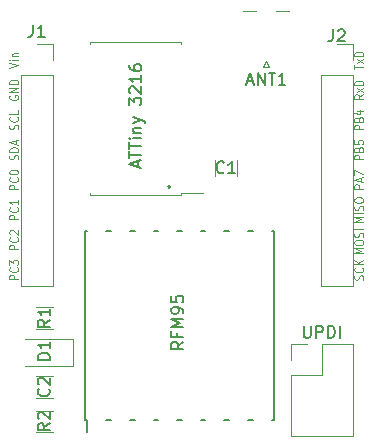
<source format=gbr>
%TF.GenerationSoftware,KiCad,Pcbnew,5.1.8*%
%TF.CreationDate,2020-11-15T15:28:23+01:00*%
%TF.ProjectId,LORA_ATTINY_v3,4c4f5241-5f41-4545-9449-4e595f76332e,rev?*%
%TF.SameCoordinates,Original*%
%TF.FileFunction,Legend,Top*%
%TF.FilePolarity,Positive*%
%FSLAX46Y46*%
G04 Gerber Fmt 4.6, Leading zero omitted, Abs format (unit mm)*
G04 Created by KiCad (PCBNEW 5.1.8) date 2020-11-15 15:28:23*
%MOMM*%
%LPD*%
G01*
G04 APERTURE LIST*
%ADD10C,0.250000*%
%ADD11C,0.100000*%
%ADD12C,0.120000*%
%ADD13C,0.200000*%
%ADD14C,0.150000*%
G04 APERTURE END LIST*
D10*
X69596000Y-56364142D02*
X69643619Y-56411761D01*
X69596000Y-56459380D01*
X69548380Y-56411761D01*
X69596000Y-56364142D01*
X69596000Y-56459380D01*
D11*
X56854285Y-64304761D02*
X56104285Y-64304761D01*
X56104285Y-64057142D01*
X56140000Y-63995238D01*
X56175714Y-63964285D01*
X56247142Y-63933333D01*
X56354285Y-63933333D01*
X56425714Y-63964285D01*
X56461428Y-63995238D01*
X56497142Y-64057142D01*
X56497142Y-64304761D01*
X56782857Y-63283333D02*
X56818571Y-63314285D01*
X56854285Y-63407142D01*
X56854285Y-63469047D01*
X56818571Y-63561904D01*
X56747142Y-63623809D01*
X56675714Y-63654761D01*
X56532857Y-63685714D01*
X56425714Y-63685714D01*
X56282857Y-63654761D01*
X56211428Y-63623809D01*
X56140000Y-63561904D01*
X56104285Y-63469047D01*
X56104285Y-63407142D01*
X56140000Y-63314285D01*
X56175714Y-63283333D01*
X56104285Y-63066666D02*
X56104285Y-62664285D01*
X56390000Y-62880952D01*
X56390000Y-62788095D01*
X56425714Y-62726190D01*
X56461428Y-62695238D01*
X56532857Y-62664285D01*
X56711428Y-62664285D01*
X56782857Y-62695238D01*
X56818571Y-62726190D01*
X56854285Y-62788095D01*
X56854285Y-62973809D01*
X56818571Y-63035714D01*
X56782857Y-63066666D01*
X56854285Y-61764761D02*
X56104285Y-61764761D01*
X56104285Y-61517142D01*
X56140000Y-61455238D01*
X56175714Y-61424285D01*
X56247142Y-61393333D01*
X56354285Y-61393333D01*
X56425714Y-61424285D01*
X56461428Y-61455238D01*
X56497142Y-61517142D01*
X56497142Y-61764761D01*
X56782857Y-60743333D02*
X56818571Y-60774285D01*
X56854285Y-60867142D01*
X56854285Y-60929047D01*
X56818571Y-61021904D01*
X56747142Y-61083809D01*
X56675714Y-61114761D01*
X56532857Y-61145714D01*
X56425714Y-61145714D01*
X56282857Y-61114761D01*
X56211428Y-61083809D01*
X56140000Y-61021904D01*
X56104285Y-60929047D01*
X56104285Y-60867142D01*
X56140000Y-60774285D01*
X56175714Y-60743333D01*
X56175714Y-60495714D02*
X56140000Y-60464761D01*
X56104285Y-60402857D01*
X56104285Y-60248095D01*
X56140000Y-60186190D01*
X56175714Y-60155238D01*
X56247142Y-60124285D01*
X56318571Y-60124285D01*
X56425714Y-60155238D01*
X56854285Y-60526666D01*
X56854285Y-60124285D01*
X56854285Y-59224761D02*
X56104285Y-59224761D01*
X56104285Y-58977142D01*
X56140000Y-58915238D01*
X56175714Y-58884285D01*
X56247142Y-58853333D01*
X56354285Y-58853333D01*
X56425714Y-58884285D01*
X56461428Y-58915238D01*
X56497142Y-58977142D01*
X56497142Y-59224761D01*
X56782857Y-58203333D02*
X56818571Y-58234285D01*
X56854285Y-58327142D01*
X56854285Y-58389047D01*
X56818571Y-58481904D01*
X56747142Y-58543809D01*
X56675714Y-58574761D01*
X56532857Y-58605714D01*
X56425714Y-58605714D01*
X56282857Y-58574761D01*
X56211428Y-58543809D01*
X56140000Y-58481904D01*
X56104285Y-58389047D01*
X56104285Y-58327142D01*
X56140000Y-58234285D01*
X56175714Y-58203333D01*
X56854285Y-57584285D02*
X56854285Y-57955714D01*
X56854285Y-57770000D02*
X56104285Y-57770000D01*
X56211428Y-57831904D01*
X56282857Y-57893809D01*
X56318571Y-57955714D01*
X56854285Y-56684761D02*
X56104285Y-56684761D01*
X56104285Y-56437142D01*
X56140000Y-56375238D01*
X56175714Y-56344285D01*
X56247142Y-56313333D01*
X56354285Y-56313333D01*
X56425714Y-56344285D01*
X56461428Y-56375238D01*
X56497142Y-56437142D01*
X56497142Y-56684761D01*
X56782857Y-55663333D02*
X56818571Y-55694285D01*
X56854285Y-55787142D01*
X56854285Y-55849047D01*
X56818571Y-55941904D01*
X56747142Y-56003809D01*
X56675714Y-56034761D01*
X56532857Y-56065714D01*
X56425714Y-56065714D01*
X56282857Y-56034761D01*
X56211428Y-56003809D01*
X56140000Y-55941904D01*
X56104285Y-55849047D01*
X56104285Y-55787142D01*
X56140000Y-55694285D01*
X56175714Y-55663333D01*
X56104285Y-55260952D02*
X56104285Y-55199047D01*
X56140000Y-55137142D01*
X56175714Y-55106190D01*
X56247142Y-55075238D01*
X56390000Y-55044285D01*
X56568571Y-55044285D01*
X56711428Y-55075238D01*
X56782857Y-55106190D01*
X56818571Y-55137142D01*
X56854285Y-55199047D01*
X56854285Y-55260952D01*
X56818571Y-55322857D01*
X56782857Y-55353809D01*
X56711428Y-55384761D01*
X56568571Y-55415714D01*
X56390000Y-55415714D01*
X56247142Y-55384761D01*
X56175714Y-55353809D01*
X56140000Y-55322857D01*
X56104285Y-55260952D01*
X56818571Y-54129285D02*
X56854285Y-54036428D01*
X56854285Y-53881666D01*
X56818571Y-53819761D01*
X56782857Y-53788809D01*
X56711428Y-53757857D01*
X56640000Y-53757857D01*
X56568571Y-53788809D01*
X56532857Y-53819761D01*
X56497142Y-53881666D01*
X56461428Y-54005476D01*
X56425714Y-54067380D01*
X56390000Y-54098333D01*
X56318571Y-54129285D01*
X56247142Y-54129285D01*
X56175714Y-54098333D01*
X56140000Y-54067380D01*
X56104285Y-54005476D01*
X56104285Y-53850714D01*
X56140000Y-53757857D01*
X56854285Y-53479285D02*
X56104285Y-53479285D01*
X56104285Y-53324523D01*
X56140000Y-53231666D01*
X56211428Y-53169761D01*
X56282857Y-53138809D01*
X56425714Y-53107857D01*
X56532857Y-53107857D01*
X56675714Y-53138809D01*
X56747142Y-53169761D01*
X56818571Y-53231666D01*
X56854285Y-53324523D01*
X56854285Y-53479285D01*
X56640000Y-52860238D02*
X56640000Y-52550714D01*
X56854285Y-52922142D02*
X56104285Y-52705476D01*
X56854285Y-52488809D01*
X56818571Y-51573809D02*
X56854285Y-51480952D01*
X56854285Y-51326190D01*
X56818571Y-51264285D01*
X56782857Y-51233333D01*
X56711428Y-51202380D01*
X56640000Y-51202380D01*
X56568571Y-51233333D01*
X56532857Y-51264285D01*
X56497142Y-51326190D01*
X56461428Y-51450000D01*
X56425714Y-51511904D01*
X56390000Y-51542857D01*
X56318571Y-51573809D01*
X56247142Y-51573809D01*
X56175714Y-51542857D01*
X56140000Y-51511904D01*
X56104285Y-51450000D01*
X56104285Y-51295238D01*
X56140000Y-51202380D01*
X56782857Y-50552380D02*
X56818571Y-50583333D01*
X56854285Y-50676190D01*
X56854285Y-50738095D01*
X56818571Y-50830952D01*
X56747142Y-50892857D01*
X56675714Y-50923809D01*
X56532857Y-50954761D01*
X56425714Y-50954761D01*
X56282857Y-50923809D01*
X56211428Y-50892857D01*
X56140000Y-50830952D01*
X56104285Y-50738095D01*
X56104285Y-50676190D01*
X56140000Y-50583333D01*
X56175714Y-50552380D01*
X56854285Y-49964285D02*
X56854285Y-50273809D01*
X56104285Y-50273809D01*
X56140000Y-48755238D02*
X56104285Y-48817142D01*
X56104285Y-48910000D01*
X56140000Y-49002857D01*
X56211428Y-49064761D01*
X56282857Y-49095714D01*
X56425714Y-49126666D01*
X56532857Y-49126666D01*
X56675714Y-49095714D01*
X56747142Y-49064761D01*
X56818571Y-49002857D01*
X56854285Y-48910000D01*
X56854285Y-48848095D01*
X56818571Y-48755238D01*
X56782857Y-48724285D01*
X56532857Y-48724285D01*
X56532857Y-48848095D01*
X56854285Y-48445714D02*
X56104285Y-48445714D01*
X56854285Y-48074285D01*
X56104285Y-48074285D01*
X56854285Y-47764761D02*
X56104285Y-47764761D01*
X56104285Y-47610000D01*
X56140000Y-47517142D01*
X56211428Y-47455238D01*
X56282857Y-47424285D01*
X56425714Y-47393333D01*
X56532857Y-47393333D01*
X56675714Y-47424285D01*
X56747142Y-47455238D01*
X56818571Y-47517142D01*
X56854285Y-47610000D01*
X56854285Y-47764761D01*
X56104285Y-46385476D02*
X56854285Y-46168809D01*
X56104285Y-45952142D01*
X56854285Y-45735476D02*
X56354285Y-45735476D01*
X56104285Y-45735476D02*
X56140000Y-45766428D01*
X56175714Y-45735476D01*
X56140000Y-45704523D01*
X56104285Y-45735476D01*
X56175714Y-45735476D01*
X56354285Y-45425952D02*
X56854285Y-45425952D01*
X56425714Y-45425952D02*
X56390000Y-45395000D01*
X56354285Y-45333095D01*
X56354285Y-45240238D01*
X56390000Y-45178333D01*
X56461428Y-45147380D01*
X56854285Y-45147380D01*
X85314285Y-46493809D02*
X85314285Y-46122380D01*
X86064285Y-46308095D02*
X85314285Y-46308095D01*
X86064285Y-45967619D02*
X85564285Y-45627142D01*
X85564285Y-45967619D02*
X86064285Y-45627142D01*
X86064285Y-45379523D02*
X85314285Y-45379523D01*
X85314285Y-45224761D01*
X85350000Y-45131904D01*
X85421428Y-45070000D01*
X85492857Y-45039047D01*
X85635714Y-45008095D01*
X85742857Y-45008095D01*
X85885714Y-45039047D01*
X85957142Y-45070000D01*
X86028571Y-45131904D01*
X86064285Y-45224761D01*
X86064285Y-45379523D01*
X86064285Y-48646904D02*
X85707142Y-48863571D01*
X86064285Y-49018333D02*
X85314285Y-49018333D01*
X85314285Y-48770714D01*
X85350000Y-48708809D01*
X85385714Y-48677857D01*
X85457142Y-48646904D01*
X85564285Y-48646904D01*
X85635714Y-48677857D01*
X85671428Y-48708809D01*
X85707142Y-48770714D01*
X85707142Y-49018333D01*
X86064285Y-48430238D02*
X85564285Y-48089761D01*
X85564285Y-48430238D02*
X86064285Y-48089761D01*
X86064285Y-47842142D02*
X85314285Y-47842142D01*
X85314285Y-47687380D01*
X85350000Y-47594523D01*
X85421428Y-47532619D01*
X85492857Y-47501666D01*
X85635714Y-47470714D01*
X85742857Y-47470714D01*
X85885714Y-47501666D01*
X85957142Y-47532619D01*
X86028571Y-47594523D01*
X86064285Y-47687380D01*
X86064285Y-47842142D01*
X86064285Y-51604761D02*
X85314285Y-51604761D01*
X85314285Y-51357142D01*
X85350000Y-51295238D01*
X85385714Y-51264285D01*
X85457142Y-51233333D01*
X85564285Y-51233333D01*
X85635714Y-51264285D01*
X85671428Y-51295238D01*
X85707142Y-51357142D01*
X85707142Y-51604761D01*
X85671428Y-50738095D02*
X85707142Y-50645238D01*
X85742857Y-50614285D01*
X85814285Y-50583333D01*
X85921428Y-50583333D01*
X85992857Y-50614285D01*
X86028571Y-50645238D01*
X86064285Y-50707142D01*
X86064285Y-50954761D01*
X85314285Y-50954761D01*
X85314285Y-50738095D01*
X85350000Y-50676190D01*
X85385714Y-50645238D01*
X85457142Y-50614285D01*
X85528571Y-50614285D01*
X85600000Y-50645238D01*
X85635714Y-50676190D01*
X85671428Y-50738095D01*
X85671428Y-50954761D01*
X85564285Y-50026190D02*
X86064285Y-50026190D01*
X85278571Y-50180952D02*
X85814285Y-50335714D01*
X85814285Y-49933333D01*
X86064285Y-54144761D02*
X85314285Y-54144761D01*
X85314285Y-53897142D01*
X85350000Y-53835238D01*
X85385714Y-53804285D01*
X85457142Y-53773333D01*
X85564285Y-53773333D01*
X85635714Y-53804285D01*
X85671428Y-53835238D01*
X85707142Y-53897142D01*
X85707142Y-54144761D01*
X85671428Y-53278095D02*
X85707142Y-53185238D01*
X85742857Y-53154285D01*
X85814285Y-53123333D01*
X85921428Y-53123333D01*
X85992857Y-53154285D01*
X86028571Y-53185238D01*
X86064285Y-53247142D01*
X86064285Y-53494761D01*
X85314285Y-53494761D01*
X85314285Y-53278095D01*
X85350000Y-53216190D01*
X85385714Y-53185238D01*
X85457142Y-53154285D01*
X85528571Y-53154285D01*
X85600000Y-53185238D01*
X85635714Y-53216190D01*
X85671428Y-53278095D01*
X85671428Y-53494761D01*
X85314285Y-52535238D02*
X85314285Y-52844761D01*
X85671428Y-52875714D01*
X85635714Y-52844761D01*
X85600000Y-52782857D01*
X85600000Y-52628095D01*
X85635714Y-52566190D01*
X85671428Y-52535238D01*
X85742857Y-52504285D01*
X85921428Y-52504285D01*
X85992857Y-52535238D01*
X86028571Y-52566190D01*
X86064285Y-52628095D01*
X86064285Y-52782857D01*
X86028571Y-52844761D01*
X85992857Y-52875714D01*
X86064285Y-56638333D02*
X85314285Y-56638333D01*
X85314285Y-56390714D01*
X85350000Y-56328809D01*
X85385714Y-56297857D01*
X85457142Y-56266904D01*
X85564285Y-56266904D01*
X85635714Y-56297857D01*
X85671428Y-56328809D01*
X85707142Y-56390714D01*
X85707142Y-56638333D01*
X85850000Y-56019285D02*
X85850000Y-55709761D01*
X86064285Y-56081190D02*
X85314285Y-55864523D01*
X86064285Y-55647857D01*
X85314285Y-55493095D02*
X85314285Y-55059761D01*
X86064285Y-55338333D01*
X86064285Y-59441428D02*
X85314285Y-59441428D01*
X85850000Y-59224761D01*
X85314285Y-59008095D01*
X86064285Y-59008095D01*
X86064285Y-58698571D02*
X85314285Y-58698571D01*
X86028571Y-58420000D02*
X86064285Y-58327142D01*
X86064285Y-58172380D01*
X86028571Y-58110476D01*
X85992857Y-58079523D01*
X85921428Y-58048571D01*
X85850000Y-58048571D01*
X85778571Y-58079523D01*
X85742857Y-58110476D01*
X85707142Y-58172380D01*
X85671428Y-58296190D01*
X85635714Y-58358095D01*
X85600000Y-58389047D01*
X85528571Y-58420000D01*
X85457142Y-58420000D01*
X85385714Y-58389047D01*
X85350000Y-58358095D01*
X85314285Y-58296190D01*
X85314285Y-58141428D01*
X85350000Y-58048571D01*
X85314285Y-57646190D02*
X85314285Y-57522380D01*
X85350000Y-57460476D01*
X85421428Y-57398571D01*
X85564285Y-57367619D01*
X85814285Y-57367619D01*
X85957142Y-57398571D01*
X86028571Y-57460476D01*
X86064285Y-57522380D01*
X86064285Y-57646190D01*
X86028571Y-57708095D01*
X85957142Y-57770000D01*
X85814285Y-57800952D01*
X85564285Y-57800952D01*
X85421428Y-57770000D01*
X85350000Y-57708095D01*
X85314285Y-57646190D01*
X86064285Y-62108428D02*
X85314285Y-62108428D01*
X85850000Y-61891761D01*
X85314285Y-61675095D01*
X86064285Y-61675095D01*
X85314285Y-61241761D02*
X85314285Y-61117952D01*
X85350000Y-61056047D01*
X85421428Y-60994142D01*
X85564285Y-60963190D01*
X85814285Y-60963190D01*
X85957142Y-60994142D01*
X86028571Y-61056047D01*
X86064285Y-61117952D01*
X86064285Y-61241761D01*
X86028571Y-61303666D01*
X85957142Y-61365571D01*
X85814285Y-61396523D01*
X85564285Y-61396523D01*
X85421428Y-61365571D01*
X85350000Y-61303666D01*
X85314285Y-61241761D01*
X86028571Y-60715571D02*
X86064285Y-60622714D01*
X86064285Y-60467952D01*
X86028571Y-60406047D01*
X85992857Y-60375095D01*
X85921428Y-60344142D01*
X85850000Y-60344142D01*
X85778571Y-60375095D01*
X85742857Y-60406047D01*
X85707142Y-60467952D01*
X85671428Y-60591761D01*
X85635714Y-60653666D01*
X85600000Y-60684619D01*
X85528571Y-60715571D01*
X85457142Y-60715571D01*
X85385714Y-60684619D01*
X85350000Y-60653666D01*
X85314285Y-60591761D01*
X85314285Y-60437000D01*
X85350000Y-60344142D01*
X86064285Y-60065571D02*
X85314285Y-60065571D01*
X86028571Y-64335714D02*
X86064285Y-64242857D01*
X86064285Y-64088095D01*
X86028571Y-64026190D01*
X85992857Y-63995238D01*
X85921428Y-63964285D01*
X85850000Y-63964285D01*
X85778571Y-63995238D01*
X85742857Y-64026190D01*
X85707142Y-64088095D01*
X85671428Y-64211904D01*
X85635714Y-64273809D01*
X85600000Y-64304761D01*
X85528571Y-64335714D01*
X85457142Y-64335714D01*
X85385714Y-64304761D01*
X85350000Y-64273809D01*
X85314285Y-64211904D01*
X85314285Y-64057142D01*
X85350000Y-63964285D01*
X85992857Y-63314285D02*
X86028571Y-63345238D01*
X86064285Y-63438095D01*
X86064285Y-63500000D01*
X86028571Y-63592857D01*
X85957142Y-63654761D01*
X85885714Y-63685714D01*
X85742857Y-63716666D01*
X85635714Y-63716666D01*
X85492857Y-63685714D01*
X85421428Y-63654761D01*
X85350000Y-63592857D01*
X85314285Y-63500000D01*
X85314285Y-63438095D01*
X85350000Y-63345238D01*
X85385714Y-63314285D01*
X86064285Y-63035714D02*
X85314285Y-63035714D01*
X86064285Y-62664285D02*
X85635714Y-62942857D01*
X85314285Y-62664285D02*
X85742857Y-63035714D01*
D12*
%TO.C,ANT1*%
X78101000Y-46321000D02*
X77851000Y-45821000D01*
X77601000Y-46321000D02*
X78101000Y-46321000D01*
X77851000Y-45821000D02*
X77601000Y-46321000D01*
X79801000Y-41561000D02*
X78691000Y-41561000D01*
X77011000Y-41561000D02*
X75901000Y-41561000D01*
%TO.C,C1*%
X73512000Y-55575252D02*
X73512000Y-54152748D01*
X75332000Y-55575252D02*
X75332000Y-54152748D01*
%TO.C,C2*%
X58343748Y-74316000D02*
X59766252Y-74316000D01*
X58343748Y-72496000D02*
X59766252Y-72496000D01*
%TO.C,D1*%
X57455000Y-71620000D02*
X61515000Y-71620000D01*
X61515000Y-71620000D02*
X61515000Y-69350000D01*
X61515000Y-69350000D02*
X57455000Y-69350000D01*
%TO.C,J1*%
X57090000Y-46990000D02*
X59750000Y-46990000D01*
X57090000Y-46990000D02*
X57090000Y-64830000D01*
X57090000Y-64830000D02*
X59750000Y-64830000D01*
X59750000Y-46990000D02*
X59750000Y-64830000D01*
X59750000Y-44390000D02*
X59750000Y-45720000D01*
X58420000Y-44390000D02*
X59750000Y-44390000D01*
%TO.C,J2*%
X83820000Y-44390000D02*
X85150000Y-44390000D01*
X85150000Y-44390000D02*
X85150000Y-45720000D01*
X85150000Y-46990000D02*
X85150000Y-64830000D01*
X82490000Y-64830000D02*
X85150000Y-64830000D01*
X82490000Y-46990000D02*
X82490000Y-64830000D01*
X82490000Y-46990000D02*
X85150000Y-46990000D01*
%TO.C,UPDI*%
X79950000Y-77530000D02*
X85150000Y-77530000D01*
X79950000Y-72390000D02*
X79950000Y-77530000D01*
X85150000Y-69790000D02*
X85150000Y-77530000D01*
X79950000Y-72390000D02*
X82550000Y-72390000D01*
X82550000Y-72390000D02*
X82550000Y-69790000D01*
X82550000Y-69790000D02*
X85150000Y-69790000D01*
X79950000Y-71120000D02*
X79950000Y-69790000D01*
X79950000Y-69790000D02*
X81280000Y-69790000D01*
%TO.C,R1*%
X58327936Y-68474000D02*
X59782064Y-68474000D01*
X58327936Y-66654000D02*
X59782064Y-66654000D01*
%TO.C,R2*%
X59782064Y-77237000D02*
X58327936Y-77237000D01*
X59782064Y-75417000D02*
X58327936Y-75417000D01*
D13*
%TO.C,RFM95*%
X78500000Y-76200000D02*
X78300000Y-76200000D01*
X78500000Y-60200000D02*
X78500000Y-76200000D01*
X78300000Y-60200000D02*
X78500000Y-60200000D01*
X76300000Y-60200000D02*
X76700000Y-60200000D01*
X74300000Y-60200000D02*
X74700000Y-60200000D01*
X72300000Y-60200000D02*
X72700000Y-60200000D01*
X70300000Y-60200000D02*
X70700000Y-60200000D01*
X68300000Y-60200000D02*
X68700000Y-60200000D01*
X66300000Y-60200000D02*
X66700000Y-60200000D01*
X64300000Y-60200000D02*
X64700000Y-60200000D01*
X62500000Y-60200000D02*
X62700000Y-60200000D01*
X76300000Y-76200000D02*
X76700000Y-76200000D01*
X62700000Y-76200000D02*
X62500000Y-76200000D01*
X62700000Y-77200000D02*
X62700000Y-76200000D01*
X64700000Y-76200000D02*
X64300000Y-76200000D01*
X66700000Y-76200000D02*
X66300000Y-76200000D01*
X68300000Y-76200000D02*
X68700000Y-76200000D01*
X70300000Y-76200000D02*
X70700000Y-76200000D01*
X72300000Y-76200000D02*
X72700000Y-76200000D01*
X74300000Y-76200000D02*
X74700000Y-76200000D01*
X62500000Y-76200000D02*
X62500000Y-60200000D01*
D12*
%TO.C,ATTiny 3216*%
X66802000Y-44163000D02*
X62942000Y-44163000D01*
X62942000Y-44163000D02*
X62942000Y-44398000D01*
X66802000Y-44163000D02*
X70662000Y-44163000D01*
X70662000Y-44163000D02*
X70662000Y-44398000D01*
X66802000Y-57183000D02*
X62942000Y-57183000D01*
X62942000Y-57183000D02*
X62942000Y-56948000D01*
X66802000Y-57183000D02*
X70662000Y-57183000D01*
X70662000Y-57183000D02*
X70662000Y-56948000D01*
X70662000Y-56948000D02*
X72477000Y-56948000D01*
%TO.C,ANT1*%
D14*
X76231952Y-47537666D02*
X76708142Y-47537666D01*
X76136714Y-47823380D02*
X76470047Y-46823380D01*
X76803380Y-47823380D01*
X77136714Y-47823380D02*
X77136714Y-46823380D01*
X77708142Y-47823380D01*
X77708142Y-46823380D01*
X78041476Y-46823380D02*
X78612904Y-46823380D01*
X78327190Y-47823380D02*
X78327190Y-46823380D01*
X79470047Y-47823380D02*
X78898619Y-47823380D01*
X79184333Y-47823380D02*
X79184333Y-46823380D01*
X79089095Y-46966238D01*
X78993857Y-47061476D01*
X78898619Y-47109095D01*
%TO.C,C1*%
X74255333Y-55221142D02*
X74207714Y-55268761D01*
X74064857Y-55316380D01*
X73969619Y-55316380D01*
X73826761Y-55268761D01*
X73731523Y-55173523D01*
X73683904Y-55078285D01*
X73636285Y-54887809D01*
X73636285Y-54744952D01*
X73683904Y-54554476D01*
X73731523Y-54459238D01*
X73826761Y-54364000D01*
X73969619Y-54316380D01*
X74064857Y-54316380D01*
X74207714Y-54364000D01*
X74255333Y-54411619D01*
X75207714Y-55316380D02*
X74636285Y-55316380D01*
X74922000Y-55316380D02*
X74922000Y-54316380D01*
X74826761Y-54459238D01*
X74731523Y-54554476D01*
X74636285Y-54602095D01*
%TO.C,C2*%
X59412142Y-73572666D02*
X59459761Y-73620285D01*
X59507380Y-73763142D01*
X59507380Y-73858380D01*
X59459761Y-74001238D01*
X59364523Y-74096476D01*
X59269285Y-74144095D01*
X59078809Y-74191714D01*
X58935952Y-74191714D01*
X58745476Y-74144095D01*
X58650238Y-74096476D01*
X58555000Y-74001238D01*
X58507380Y-73858380D01*
X58507380Y-73763142D01*
X58555000Y-73620285D01*
X58602619Y-73572666D01*
X58602619Y-73191714D02*
X58555000Y-73144095D01*
X58507380Y-73048857D01*
X58507380Y-72810761D01*
X58555000Y-72715523D01*
X58602619Y-72667904D01*
X58697857Y-72620285D01*
X58793095Y-72620285D01*
X58935952Y-72667904D01*
X59507380Y-73239333D01*
X59507380Y-72620285D01*
%TO.C,D1*%
X59507380Y-71096095D02*
X58507380Y-71096095D01*
X58507380Y-70858000D01*
X58555000Y-70715142D01*
X58650238Y-70619904D01*
X58745476Y-70572285D01*
X58935952Y-70524666D01*
X59078809Y-70524666D01*
X59269285Y-70572285D01*
X59364523Y-70619904D01*
X59459761Y-70715142D01*
X59507380Y-70858000D01*
X59507380Y-71096095D01*
X59507380Y-69572285D02*
X59507380Y-70143714D01*
X59507380Y-69858000D02*
X58507380Y-69858000D01*
X58650238Y-69953238D01*
X58745476Y-70048476D01*
X58793095Y-70143714D01*
%TO.C,J1*%
X58086666Y-42759380D02*
X58086666Y-43473666D01*
X58039047Y-43616523D01*
X57943809Y-43711761D01*
X57800952Y-43759380D01*
X57705714Y-43759380D01*
X59086666Y-43759380D02*
X58515238Y-43759380D01*
X58800952Y-43759380D02*
X58800952Y-42759380D01*
X58705714Y-42902238D01*
X58610476Y-42997476D01*
X58515238Y-43045095D01*
%TO.C,J2*%
X83486666Y-43140380D02*
X83486666Y-43854666D01*
X83439047Y-43997523D01*
X83343809Y-44092761D01*
X83200952Y-44140380D01*
X83105714Y-44140380D01*
X83915238Y-43235619D02*
X83962857Y-43188000D01*
X84058095Y-43140380D01*
X84296190Y-43140380D01*
X84391428Y-43188000D01*
X84439047Y-43235619D01*
X84486666Y-43330857D01*
X84486666Y-43426095D01*
X84439047Y-43568952D01*
X83867619Y-44140380D01*
X84486666Y-44140380D01*
%TO.C,UPDI*%
X81026190Y-68242380D02*
X81026190Y-69051904D01*
X81073809Y-69147142D01*
X81121428Y-69194761D01*
X81216666Y-69242380D01*
X81407142Y-69242380D01*
X81502380Y-69194761D01*
X81550000Y-69147142D01*
X81597619Y-69051904D01*
X81597619Y-68242380D01*
X82073809Y-69242380D02*
X82073809Y-68242380D01*
X82454761Y-68242380D01*
X82550000Y-68290000D01*
X82597619Y-68337619D01*
X82645238Y-68432857D01*
X82645238Y-68575714D01*
X82597619Y-68670952D01*
X82550000Y-68718571D01*
X82454761Y-68766190D01*
X82073809Y-68766190D01*
X83073809Y-69242380D02*
X83073809Y-68242380D01*
X83311904Y-68242380D01*
X83454761Y-68290000D01*
X83550000Y-68385238D01*
X83597619Y-68480476D01*
X83645238Y-68670952D01*
X83645238Y-68813809D01*
X83597619Y-69004285D01*
X83550000Y-69099523D01*
X83454761Y-69194761D01*
X83311904Y-69242380D01*
X83073809Y-69242380D01*
X84073809Y-69242380D02*
X84073809Y-68242380D01*
%TO.C,R1*%
X59507380Y-67730666D02*
X59031190Y-68064000D01*
X59507380Y-68302095D02*
X58507380Y-68302095D01*
X58507380Y-67921142D01*
X58555000Y-67825904D01*
X58602619Y-67778285D01*
X58697857Y-67730666D01*
X58840714Y-67730666D01*
X58935952Y-67778285D01*
X58983571Y-67825904D01*
X59031190Y-67921142D01*
X59031190Y-68302095D01*
X59507380Y-66778285D02*
X59507380Y-67349714D01*
X59507380Y-67064000D02*
X58507380Y-67064000D01*
X58650238Y-67159238D01*
X58745476Y-67254476D01*
X58793095Y-67349714D01*
%TO.C,R2*%
X59507380Y-76493666D02*
X59031190Y-76827000D01*
X59507380Y-77065095D02*
X58507380Y-77065095D01*
X58507380Y-76684142D01*
X58555000Y-76588904D01*
X58602619Y-76541285D01*
X58697857Y-76493666D01*
X58840714Y-76493666D01*
X58935952Y-76541285D01*
X58983571Y-76588904D01*
X59031190Y-76684142D01*
X59031190Y-77065095D01*
X58602619Y-76112714D02*
X58555000Y-76065095D01*
X58507380Y-75969857D01*
X58507380Y-75731761D01*
X58555000Y-75636523D01*
X58602619Y-75588904D01*
X58697857Y-75541285D01*
X58793095Y-75541285D01*
X58935952Y-75588904D01*
X59507380Y-76160333D01*
X59507380Y-75541285D01*
%TO.C,RFM95*%
X70810380Y-69587857D02*
X70334190Y-69921190D01*
X70810380Y-70159285D02*
X69810380Y-70159285D01*
X69810380Y-69778333D01*
X69858000Y-69683095D01*
X69905619Y-69635476D01*
X70000857Y-69587857D01*
X70143714Y-69587857D01*
X70238952Y-69635476D01*
X70286571Y-69683095D01*
X70334190Y-69778333D01*
X70334190Y-70159285D01*
X70286571Y-68825952D02*
X70286571Y-69159285D01*
X70810380Y-69159285D02*
X69810380Y-69159285D01*
X69810380Y-68683095D01*
X70810380Y-68302142D02*
X69810380Y-68302142D01*
X70524666Y-67968809D01*
X69810380Y-67635476D01*
X70810380Y-67635476D01*
X70810380Y-67111666D02*
X70810380Y-66921190D01*
X70762761Y-66825952D01*
X70715142Y-66778333D01*
X70572285Y-66683095D01*
X70381809Y-66635476D01*
X70000857Y-66635476D01*
X69905619Y-66683095D01*
X69858000Y-66730714D01*
X69810380Y-66825952D01*
X69810380Y-67016428D01*
X69858000Y-67111666D01*
X69905619Y-67159285D01*
X70000857Y-67206904D01*
X70238952Y-67206904D01*
X70334190Y-67159285D01*
X70381809Y-67111666D01*
X70429428Y-67016428D01*
X70429428Y-66825952D01*
X70381809Y-66730714D01*
X70334190Y-66683095D01*
X70238952Y-66635476D01*
X69810380Y-65730714D02*
X69810380Y-66206904D01*
X70286571Y-66254523D01*
X70238952Y-66206904D01*
X70191333Y-66111666D01*
X70191333Y-65873571D01*
X70238952Y-65778333D01*
X70286571Y-65730714D01*
X70381809Y-65683095D01*
X70619904Y-65683095D01*
X70715142Y-65730714D01*
X70762761Y-65778333D01*
X70810380Y-65873571D01*
X70810380Y-66111666D01*
X70762761Y-66206904D01*
X70715142Y-66254523D01*
%TO.C,ATTiny 3216*%
X66968666Y-54776142D02*
X66968666Y-54299952D01*
X67254380Y-54871380D02*
X66254380Y-54538047D01*
X67254380Y-54204714D01*
X66254380Y-54014238D02*
X66254380Y-53442809D01*
X67254380Y-53728523D02*
X66254380Y-53728523D01*
X66254380Y-53252333D02*
X66254380Y-52680904D01*
X67254380Y-52966619D02*
X66254380Y-52966619D01*
X67254380Y-52347571D02*
X66587714Y-52347571D01*
X66254380Y-52347571D02*
X66302000Y-52395190D01*
X66349619Y-52347571D01*
X66302000Y-52299952D01*
X66254380Y-52347571D01*
X66349619Y-52347571D01*
X66587714Y-51871380D02*
X67254380Y-51871380D01*
X66682952Y-51871380D02*
X66635333Y-51823761D01*
X66587714Y-51728523D01*
X66587714Y-51585666D01*
X66635333Y-51490428D01*
X66730571Y-51442809D01*
X67254380Y-51442809D01*
X66587714Y-51061857D02*
X67254380Y-50823761D01*
X66587714Y-50585666D02*
X67254380Y-50823761D01*
X67492476Y-50919000D01*
X67540095Y-50966619D01*
X67587714Y-51061857D01*
X66254380Y-49538047D02*
X66254380Y-48919000D01*
X66635333Y-49252333D01*
X66635333Y-49109476D01*
X66682952Y-49014238D01*
X66730571Y-48966619D01*
X66825809Y-48919000D01*
X67063904Y-48919000D01*
X67159142Y-48966619D01*
X67206761Y-49014238D01*
X67254380Y-49109476D01*
X67254380Y-49395190D01*
X67206761Y-49490428D01*
X67159142Y-49538047D01*
X66349619Y-48538047D02*
X66302000Y-48490428D01*
X66254380Y-48395190D01*
X66254380Y-48157095D01*
X66302000Y-48061857D01*
X66349619Y-48014238D01*
X66444857Y-47966619D01*
X66540095Y-47966619D01*
X66682952Y-48014238D01*
X67254380Y-48585666D01*
X67254380Y-47966619D01*
X67254380Y-47014238D02*
X67254380Y-47585666D01*
X67254380Y-47299952D02*
X66254380Y-47299952D01*
X66397238Y-47395190D01*
X66492476Y-47490428D01*
X66540095Y-47585666D01*
X66254380Y-46157095D02*
X66254380Y-46347571D01*
X66302000Y-46442809D01*
X66349619Y-46490428D01*
X66492476Y-46585666D01*
X66682952Y-46633285D01*
X67063904Y-46633285D01*
X67159142Y-46585666D01*
X67206761Y-46538047D01*
X67254380Y-46442809D01*
X67254380Y-46252333D01*
X67206761Y-46157095D01*
X67159142Y-46109476D01*
X67063904Y-46061857D01*
X66825809Y-46061857D01*
X66730571Y-46109476D01*
X66682952Y-46157095D01*
X66635333Y-46252333D01*
X66635333Y-46442809D01*
X66682952Y-46538047D01*
X66730571Y-46585666D01*
X66825809Y-46633285D01*
%TD*%
M02*

</source>
